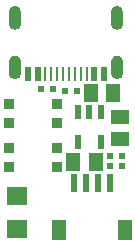
<source format=gbr>
G04 EAGLE Gerber RS-274X export*
G75*
%MOMM*%
%FSLAX34Y34*%
%LPD*%
%INSolderpaste Top*%
%IPPOS*%
%AMOC8*
5,1,8,0,0,1.08239X$1,22.5*%
G01*
%ADD10R,1.240000X1.500000*%
%ADD11R,0.900000X0.900000*%
%ADD12R,0.575000X1.150000*%
%ADD13R,0.275000X1.150000*%
%ADD14R,0.600000X0.600000*%
%ADD15R,0.500000X1.550000*%
%ADD16R,1.200000X1.800000*%
%ADD17R,0.550000X1.200000*%
%ADD18R,0.500000X0.500000*%
%ADD19R,1.500000X1.240000*%
%ADD20R,1.800000X1.600000*%

G36*
X46724Y181351D02*
X46724Y181351D01*
X46724Y181352D01*
X46725Y181352D01*
X47799Y181727D01*
X47799Y181728D01*
X47800Y181728D01*
X48763Y182333D01*
X48763Y182334D01*
X48764Y182334D01*
X49568Y183138D01*
X49568Y183139D01*
X49569Y183139D01*
X50174Y184102D01*
X50174Y184103D01*
X50175Y184103D01*
X50550Y185177D01*
X50550Y185178D01*
X50551Y185178D01*
X50552Y185193D01*
X50553Y185198D01*
X50553Y185203D01*
X50554Y185208D01*
X50555Y185213D01*
X50555Y185218D01*
X50556Y185223D01*
X50556Y185228D01*
X50559Y185253D01*
X50560Y185258D01*
X50560Y185263D01*
X50561Y185268D01*
X50561Y185273D01*
X50562Y185278D01*
X50562Y185283D01*
X50563Y185288D01*
X50566Y185313D01*
X50566Y185318D01*
X50567Y185323D01*
X50567Y185328D01*
X50568Y185333D01*
X50569Y185337D01*
X50569Y185338D01*
X50569Y185342D01*
X50569Y185343D01*
X50570Y185347D01*
X50572Y185372D01*
X50573Y185377D01*
X50574Y185382D01*
X50574Y185387D01*
X50575Y185392D01*
X50575Y185397D01*
X50576Y185402D01*
X50576Y185407D01*
X50579Y185432D01*
X50580Y185437D01*
X50580Y185442D01*
X50581Y185447D01*
X50581Y185452D01*
X50582Y185457D01*
X50583Y185462D01*
X50583Y185467D01*
X50585Y185487D01*
X50586Y185492D01*
X50586Y185496D01*
X50586Y185497D01*
X50587Y185501D01*
X50587Y185502D01*
X50588Y185506D01*
X50588Y185511D01*
X50589Y185516D01*
X50589Y185521D01*
X50590Y185526D01*
X50592Y185546D01*
X50593Y185551D01*
X50593Y185556D01*
X50594Y185561D01*
X50594Y185566D01*
X50595Y185571D01*
X50595Y185576D01*
X50596Y185581D01*
X50597Y185586D01*
X50599Y185606D01*
X50599Y185611D01*
X50600Y185616D01*
X50600Y185621D01*
X50601Y185626D01*
X50602Y185631D01*
X50602Y185636D01*
X50603Y185641D01*
X50603Y185646D01*
X50605Y185665D01*
X50606Y185665D01*
X50606Y185670D01*
X50607Y185675D01*
X50607Y185680D01*
X50608Y185685D01*
X50608Y185690D01*
X50609Y185695D01*
X50609Y185700D01*
X50610Y185705D01*
X50612Y185725D01*
X50613Y185730D01*
X50613Y185735D01*
X50614Y185740D01*
X50614Y185745D01*
X50615Y185750D01*
X50616Y185755D01*
X50616Y185760D01*
X50617Y185765D01*
X50619Y185785D01*
X50619Y185790D01*
X50620Y185790D01*
X50619Y185790D01*
X50620Y185795D01*
X50621Y185800D01*
X50621Y185805D01*
X50622Y185810D01*
X50622Y185814D01*
X50622Y185815D01*
X50623Y185819D01*
X50623Y185820D01*
X50623Y185824D01*
X50626Y185844D01*
X50626Y185849D01*
X50627Y185854D01*
X50627Y185859D01*
X50628Y185864D01*
X50628Y185869D01*
X50629Y185874D01*
X50630Y185879D01*
X50630Y185884D01*
X50632Y185904D01*
X50633Y185909D01*
X50633Y185914D01*
X50634Y185914D01*
X50633Y185914D01*
X50634Y185919D01*
X50635Y185924D01*
X50635Y185929D01*
X50636Y185934D01*
X50636Y185939D01*
X50637Y185944D01*
X50639Y185964D01*
X50640Y185969D01*
X50640Y185973D01*
X50640Y185974D01*
X50641Y185978D01*
X50641Y185979D01*
X50641Y185983D01*
X50642Y185988D01*
X50642Y185993D01*
X50643Y185998D01*
X50644Y186003D01*
X50646Y186023D01*
X50646Y186028D01*
X50647Y186033D01*
X50647Y186038D01*
X50648Y186038D01*
X50647Y186038D01*
X50648Y186043D01*
X50649Y186048D01*
X50649Y186053D01*
X50650Y186058D01*
X50650Y186063D01*
X50653Y186083D01*
X50653Y186088D01*
X50654Y186093D01*
X50654Y186098D01*
X50655Y186103D01*
X50655Y186108D01*
X50656Y186113D01*
X50656Y186118D01*
X50657Y186123D01*
X50659Y186142D01*
X50660Y186147D01*
X50660Y186152D01*
X50661Y186157D01*
X50661Y186162D01*
X50662Y186162D01*
X50661Y186162D01*
X50662Y186167D01*
X50663Y186172D01*
X50663Y186177D01*
X50666Y186202D01*
X50667Y186207D01*
X50667Y186212D01*
X50668Y186217D01*
X50668Y186222D01*
X50669Y186227D01*
X50669Y186232D01*
X50670Y186237D01*
X50673Y186262D01*
X50673Y186267D01*
X50674Y186272D01*
X50674Y186277D01*
X50675Y186282D01*
X50675Y186287D01*
X50676Y186287D01*
X50675Y186287D01*
X50676Y186291D01*
X50676Y186292D01*
X50677Y186296D01*
X50677Y186297D01*
X50678Y186308D01*
X50678Y186309D01*
X50678Y195961D01*
X50678Y195962D01*
X50551Y197092D01*
X50550Y197092D01*
X50550Y197093D01*
X50175Y198167D01*
X50174Y198167D01*
X50174Y198168D01*
X49569Y199131D01*
X49568Y199131D01*
X49568Y199132D01*
X48764Y199936D01*
X48763Y199936D01*
X48763Y199937D01*
X47800Y200542D01*
X47799Y200542D01*
X47799Y200543D01*
X46725Y200918D01*
X46724Y200918D01*
X46724Y200919D01*
X45594Y201046D01*
X45593Y201046D01*
X45592Y201046D01*
X45358Y201020D01*
X45005Y200980D01*
X44653Y200940D01*
X44519Y200925D01*
X44518Y200924D01*
X44517Y200925D01*
X43497Y200568D01*
X43497Y200567D01*
X43496Y200567D01*
X42581Y199992D01*
X41816Y199228D01*
X41816Y199227D01*
X41241Y198312D01*
X41241Y198311D01*
X41240Y198311D01*
X40883Y197291D01*
X40884Y197290D01*
X40883Y197289D01*
X40882Y197284D01*
X40882Y197279D01*
X40881Y197274D01*
X40879Y197254D01*
X40879Y197249D01*
X40878Y197249D01*
X40879Y197249D01*
X40878Y197244D01*
X40877Y197239D01*
X40877Y197234D01*
X40876Y197229D01*
X40876Y197224D01*
X40875Y197219D01*
X40872Y197194D01*
X40872Y197189D01*
X40871Y197184D01*
X40871Y197179D01*
X40870Y197174D01*
X40870Y197169D01*
X40869Y197164D01*
X40868Y197159D01*
X40866Y197135D01*
X40865Y197130D01*
X40865Y197125D01*
X40864Y197125D01*
X40865Y197125D01*
X40864Y197120D01*
X40863Y197115D01*
X40863Y197110D01*
X40862Y197105D01*
X40862Y197100D01*
X40859Y197080D01*
X40859Y197075D01*
X40858Y197070D01*
X40858Y197065D01*
X40857Y197060D01*
X40857Y197055D01*
X40856Y197050D01*
X40856Y197045D01*
X40855Y197040D01*
X40853Y197020D01*
X40852Y197015D01*
X40852Y197010D01*
X40851Y197005D01*
X40851Y197000D01*
X40850Y197000D01*
X40851Y197000D01*
X40850Y196995D01*
X40849Y196991D01*
X40849Y196990D01*
X40849Y196986D01*
X40849Y196985D01*
X40848Y196981D01*
X40846Y196961D01*
X40845Y196956D01*
X40845Y196951D01*
X40844Y196946D01*
X40844Y196941D01*
X40843Y196936D01*
X40843Y196931D01*
X40842Y196926D01*
X40842Y196921D01*
X40839Y196901D01*
X40839Y196896D01*
X40838Y196891D01*
X40838Y196886D01*
X40837Y196881D01*
X40837Y196876D01*
X40836Y196876D01*
X40837Y196876D01*
X40836Y196871D01*
X40835Y196866D01*
X40833Y196841D01*
X40832Y196836D01*
X40831Y196832D01*
X40831Y196831D01*
X40831Y196827D01*
X40831Y196826D01*
X40830Y196822D01*
X40830Y196817D01*
X40829Y196812D01*
X40829Y196807D01*
X40826Y196782D01*
X40825Y196777D01*
X40825Y196772D01*
X40824Y196767D01*
X40824Y196762D01*
X40823Y196757D01*
X40823Y196752D01*
X40822Y196752D01*
X40823Y196752D01*
X40822Y196747D01*
X40820Y196727D01*
X40819Y196722D01*
X40819Y196717D01*
X40818Y196712D01*
X40817Y196707D01*
X40817Y196702D01*
X40816Y196697D01*
X40816Y196692D01*
X40815Y196687D01*
X40813Y196668D01*
X40813Y196667D01*
X40812Y196663D01*
X40812Y196658D01*
X40811Y196653D01*
X40811Y196648D01*
X40810Y196643D01*
X40810Y196638D01*
X40809Y196633D01*
X40809Y196628D01*
X40808Y196628D01*
X40809Y196628D01*
X40806Y196608D01*
X40806Y196603D01*
X40805Y196598D01*
X40805Y196593D01*
X40804Y196588D01*
X40803Y196583D01*
X40803Y196578D01*
X40802Y196573D01*
X40802Y196568D01*
X40800Y196548D01*
X40799Y196543D01*
X40798Y196538D01*
X40798Y196533D01*
X40797Y196528D01*
X40797Y196523D01*
X40796Y196518D01*
X40796Y196514D01*
X40796Y196513D01*
X40793Y196489D01*
X40792Y196484D01*
X40792Y196479D01*
X40791Y196474D01*
X40791Y196469D01*
X40790Y196464D01*
X40789Y196459D01*
X40789Y196454D01*
X40786Y196429D01*
X40786Y196424D01*
X40785Y196419D01*
X40784Y196414D01*
X40784Y196409D01*
X40783Y196404D01*
X40783Y196399D01*
X40782Y196394D01*
X40780Y196374D01*
X40779Y196369D01*
X40779Y196364D01*
X40778Y196359D01*
X40778Y196355D01*
X40778Y196354D01*
X40777Y196350D01*
X40777Y196349D01*
X40777Y196345D01*
X40776Y196340D01*
X40775Y196335D01*
X40773Y196315D01*
X40773Y196310D01*
X40772Y196305D01*
X40772Y196300D01*
X40771Y196295D01*
X40770Y196290D01*
X40770Y196285D01*
X40769Y196280D01*
X40769Y196275D01*
X40767Y196255D01*
X40766Y196250D01*
X40765Y196245D01*
X40765Y196240D01*
X40764Y196235D01*
X40764Y196230D01*
X40763Y196225D01*
X40763Y196220D01*
X40762Y196216D01*
X40762Y196215D01*
X40762Y186055D01*
X40762Y186054D01*
X40883Y184981D01*
X40884Y184980D01*
X40883Y184979D01*
X41240Y183959D01*
X41241Y183959D01*
X41241Y183958D01*
X41816Y183043D01*
X42581Y182278D01*
X43496Y181703D01*
X43497Y181703D01*
X43497Y181702D01*
X44517Y181345D01*
X44518Y181346D01*
X44519Y181345D01*
X45592Y181224D01*
X45593Y181225D01*
X45594Y181224D01*
X46724Y181351D01*
G37*
G36*
X133084Y181351D02*
X133084Y181351D01*
X133084Y181352D01*
X133085Y181352D01*
X134159Y181727D01*
X134159Y181728D01*
X134160Y181728D01*
X135123Y182333D01*
X135123Y182334D01*
X135124Y182334D01*
X135928Y183138D01*
X135928Y183139D01*
X135929Y183139D01*
X136534Y184102D01*
X136534Y184103D01*
X136535Y184103D01*
X136910Y185177D01*
X136910Y185178D01*
X136911Y185178D01*
X136912Y185193D01*
X136913Y185198D01*
X136913Y185203D01*
X136914Y185208D01*
X136915Y185213D01*
X136915Y185218D01*
X136916Y185223D01*
X136916Y185228D01*
X136919Y185253D01*
X136920Y185258D01*
X136920Y185263D01*
X136921Y185268D01*
X136921Y185273D01*
X136922Y185278D01*
X136922Y185283D01*
X136923Y185288D01*
X136926Y185313D01*
X136926Y185318D01*
X136927Y185323D01*
X136927Y185328D01*
X136928Y185333D01*
X136929Y185337D01*
X136929Y185338D01*
X136929Y185342D01*
X136929Y185343D01*
X136930Y185347D01*
X136932Y185372D01*
X136933Y185377D01*
X136934Y185382D01*
X136934Y185387D01*
X136935Y185392D01*
X136935Y185397D01*
X136936Y185402D01*
X136936Y185407D01*
X136939Y185432D01*
X136940Y185437D01*
X136940Y185442D01*
X136941Y185447D01*
X136941Y185452D01*
X136942Y185457D01*
X136943Y185462D01*
X136943Y185467D01*
X136945Y185487D01*
X136946Y185492D01*
X136946Y185496D01*
X136946Y185497D01*
X136947Y185501D01*
X136947Y185502D01*
X136948Y185506D01*
X136948Y185511D01*
X136949Y185516D01*
X136949Y185521D01*
X136950Y185526D01*
X136952Y185546D01*
X136953Y185551D01*
X136953Y185556D01*
X136954Y185561D01*
X136954Y185566D01*
X136955Y185571D01*
X136955Y185576D01*
X136956Y185581D01*
X136957Y185586D01*
X136959Y185606D01*
X136959Y185611D01*
X136960Y185616D01*
X136960Y185621D01*
X136961Y185626D01*
X136962Y185631D01*
X136962Y185636D01*
X136963Y185641D01*
X136963Y185646D01*
X136965Y185665D01*
X136966Y185665D01*
X136966Y185670D01*
X136967Y185675D01*
X136967Y185680D01*
X136968Y185685D01*
X136968Y185690D01*
X136969Y185695D01*
X136969Y185700D01*
X136970Y185705D01*
X136972Y185725D01*
X136973Y185730D01*
X136973Y185735D01*
X136974Y185740D01*
X136974Y185745D01*
X136975Y185750D01*
X136976Y185755D01*
X136976Y185760D01*
X136977Y185765D01*
X136979Y185785D01*
X136979Y185790D01*
X136980Y185790D01*
X136979Y185790D01*
X136980Y185795D01*
X136981Y185800D01*
X136981Y185805D01*
X136982Y185810D01*
X136982Y185814D01*
X136982Y185815D01*
X136983Y185819D01*
X136983Y185820D01*
X136983Y185824D01*
X136986Y185844D01*
X136986Y185849D01*
X136987Y185854D01*
X136987Y185859D01*
X136988Y185864D01*
X136988Y185869D01*
X136989Y185874D01*
X136990Y185879D01*
X136990Y185884D01*
X136992Y185904D01*
X136993Y185909D01*
X136993Y185914D01*
X136994Y185914D01*
X136993Y185914D01*
X136994Y185919D01*
X136995Y185924D01*
X136995Y185929D01*
X136996Y185934D01*
X136996Y185939D01*
X136997Y185944D01*
X136999Y185964D01*
X137000Y185969D01*
X137000Y185973D01*
X137000Y185974D01*
X137001Y185978D01*
X137001Y185979D01*
X137001Y185983D01*
X137002Y185988D01*
X137002Y185993D01*
X137003Y185998D01*
X137004Y186003D01*
X137006Y186023D01*
X137006Y186028D01*
X137007Y186033D01*
X137007Y186038D01*
X137008Y186038D01*
X137007Y186038D01*
X137008Y186043D01*
X137009Y186048D01*
X137009Y186053D01*
X137010Y186058D01*
X137010Y186063D01*
X137013Y186083D01*
X137013Y186088D01*
X137014Y186093D01*
X137014Y186098D01*
X137015Y186103D01*
X137015Y186108D01*
X137016Y186113D01*
X137016Y186118D01*
X137017Y186123D01*
X137019Y186142D01*
X137020Y186147D01*
X137020Y186152D01*
X137021Y186157D01*
X137021Y186162D01*
X137022Y186162D01*
X137021Y186162D01*
X137022Y186167D01*
X137023Y186172D01*
X137023Y186177D01*
X137026Y186202D01*
X137027Y186207D01*
X137027Y186212D01*
X137028Y186217D01*
X137028Y186222D01*
X137029Y186227D01*
X137029Y186232D01*
X137030Y186237D01*
X137033Y186262D01*
X137033Y186267D01*
X137034Y186272D01*
X137034Y186277D01*
X137035Y186282D01*
X137035Y186287D01*
X137036Y186287D01*
X137035Y186287D01*
X137036Y186291D01*
X137036Y186292D01*
X137037Y186296D01*
X137037Y186297D01*
X137038Y186308D01*
X137038Y186309D01*
X137038Y195961D01*
X137038Y195962D01*
X136911Y197092D01*
X136910Y197092D01*
X136910Y197093D01*
X136535Y198167D01*
X136534Y198167D01*
X136534Y198168D01*
X135929Y199131D01*
X135928Y199131D01*
X135928Y199132D01*
X135124Y199936D01*
X135123Y199936D01*
X135123Y199937D01*
X134160Y200542D01*
X134159Y200542D01*
X134159Y200543D01*
X133085Y200918D01*
X133084Y200918D01*
X133084Y200919D01*
X131954Y201046D01*
X131953Y201046D01*
X131952Y201046D01*
X131718Y201020D01*
X131365Y200980D01*
X131013Y200940D01*
X130879Y200925D01*
X130878Y200924D01*
X130877Y200925D01*
X129857Y200568D01*
X129857Y200567D01*
X129856Y200567D01*
X128941Y199992D01*
X128176Y199228D01*
X128176Y199227D01*
X127601Y198312D01*
X127601Y198311D01*
X127600Y198311D01*
X127243Y197291D01*
X127244Y197290D01*
X127243Y197289D01*
X127242Y197284D01*
X127242Y197279D01*
X127241Y197274D01*
X127239Y197254D01*
X127239Y197249D01*
X127238Y197249D01*
X127239Y197249D01*
X127238Y197244D01*
X127237Y197239D01*
X127237Y197234D01*
X127236Y197229D01*
X127236Y197224D01*
X127235Y197219D01*
X127232Y197194D01*
X127232Y197189D01*
X127231Y197184D01*
X127231Y197179D01*
X127230Y197174D01*
X127230Y197169D01*
X127229Y197164D01*
X127228Y197159D01*
X127226Y197135D01*
X127225Y197130D01*
X127225Y197125D01*
X127224Y197125D01*
X127225Y197125D01*
X127224Y197120D01*
X127223Y197115D01*
X127223Y197110D01*
X127222Y197105D01*
X127222Y197100D01*
X127219Y197080D01*
X127219Y197075D01*
X127218Y197070D01*
X127218Y197065D01*
X127217Y197060D01*
X127217Y197055D01*
X127216Y197050D01*
X127216Y197045D01*
X127215Y197040D01*
X127213Y197020D01*
X127212Y197015D01*
X127212Y197010D01*
X127211Y197005D01*
X127211Y197000D01*
X127210Y197000D01*
X127211Y197000D01*
X127210Y196995D01*
X127209Y196991D01*
X127209Y196990D01*
X127209Y196986D01*
X127209Y196985D01*
X127208Y196981D01*
X127206Y196961D01*
X127205Y196956D01*
X127205Y196951D01*
X127204Y196946D01*
X127204Y196941D01*
X127203Y196936D01*
X127203Y196931D01*
X127202Y196926D01*
X127202Y196921D01*
X127199Y196901D01*
X127199Y196896D01*
X127198Y196891D01*
X127198Y196886D01*
X127197Y196881D01*
X127197Y196876D01*
X127196Y196876D01*
X127197Y196876D01*
X127196Y196871D01*
X127195Y196866D01*
X127193Y196841D01*
X127192Y196836D01*
X127191Y196832D01*
X127191Y196831D01*
X127191Y196827D01*
X127191Y196826D01*
X127190Y196822D01*
X127190Y196817D01*
X127189Y196812D01*
X127189Y196807D01*
X127186Y196782D01*
X127185Y196777D01*
X127185Y196772D01*
X127184Y196767D01*
X127184Y196762D01*
X127183Y196757D01*
X127183Y196752D01*
X127182Y196752D01*
X127183Y196752D01*
X127182Y196747D01*
X127180Y196727D01*
X127179Y196722D01*
X127179Y196717D01*
X127178Y196712D01*
X127177Y196707D01*
X127177Y196702D01*
X127176Y196697D01*
X127176Y196692D01*
X127175Y196687D01*
X127173Y196668D01*
X127173Y196667D01*
X127172Y196663D01*
X127172Y196658D01*
X127171Y196653D01*
X127171Y196648D01*
X127170Y196643D01*
X127170Y196638D01*
X127169Y196633D01*
X127169Y196628D01*
X127168Y196628D01*
X127169Y196628D01*
X127166Y196608D01*
X127166Y196603D01*
X127165Y196598D01*
X127165Y196593D01*
X127164Y196588D01*
X127163Y196583D01*
X127163Y196578D01*
X127162Y196573D01*
X127162Y196568D01*
X127160Y196548D01*
X127159Y196543D01*
X127158Y196538D01*
X127158Y196533D01*
X127157Y196528D01*
X127157Y196523D01*
X127156Y196518D01*
X127156Y196514D01*
X127156Y196513D01*
X127153Y196489D01*
X127152Y196484D01*
X127152Y196479D01*
X127151Y196474D01*
X127151Y196469D01*
X127150Y196464D01*
X127149Y196459D01*
X127149Y196454D01*
X127146Y196429D01*
X127146Y196424D01*
X127145Y196419D01*
X127144Y196414D01*
X127144Y196409D01*
X127143Y196404D01*
X127143Y196399D01*
X127142Y196394D01*
X127140Y196374D01*
X127139Y196369D01*
X127139Y196364D01*
X127138Y196359D01*
X127138Y196355D01*
X127138Y196354D01*
X127137Y196350D01*
X127137Y196349D01*
X127137Y196345D01*
X127136Y196340D01*
X127135Y196335D01*
X127133Y196315D01*
X127133Y196310D01*
X127132Y196305D01*
X127132Y196300D01*
X127131Y196295D01*
X127130Y196290D01*
X127130Y196285D01*
X127129Y196280D01*
X127129Y196275D01*
X127127Y196255D01*
X127126Y196250D01*
X127125Y196245D01*
X127125Y196240D01*
X127124Y196235D01*
X127124Y196230D01*
X127123Y196225D01*
X127123Y196220D01*
X127122Y196216D01*
X127122Y196215D01*
X127122Y186055D01*
X127122Y186054D01*
X127243Y184981D01*
X127244Y184980D01*
X127243Y184979D01*
X127600Y183959D01*
X127601Y183959D01*
X127601Y183958D01*
X128176Y183043D01*
X128941Y182278D01*
X129856Y181703D01*
X129857Y181703D01*
X129857Y181702D01*
X130877Y181345D01*
X130878Y181346D01*
X130879Y181345D01*
X131952Y181224D01*
X131953Y181225D01*
X131954Y181224D01*
X133084Y181351D01*
G37*
G36*
X133211Y139568D02*
X133211Y139568D01*
X133211Y139569D01*
X133212Y139569D01*
X134286Y139944D01*
X134286Y139945D01*
X134287Y139945D01*
X135250Y140550D01*
X135250Y140551D01*
X135251Y140551D01*
X136055Y141355D01*
X136055Y141356D01*
X136056Y141356D01*
X136661Y142319D01*
X136661Y142320D01*
X136662Y142320D01*
X137037Y143394D01*
X137037Y143395D01*
X137038Y143395D01*
X137039Y143410D01*
X137040Y143415D01*
X137040Y143420D01*
X137041Y143425D01*
X137042Y143430D01*
X137042Y143435D01*
X137043Y143440D01*
X137043Y143445D01*
X137046Y143470D01*
X137047Y143475D01*
X137047Y143480D01*
X137048Y143485D01*
X137048Y143490D01*
X137049Y143495D01*
X137049Y143500D01*
X137050Y143505D01*
X137053Y143530D01*
X137053Y143535D01*
X137054Y143540D01*
X137054Y143545D01*
X137055Y143550D01*
X137056Y143554D01*
X137056Y143555D01*
X137056Y143559D01*
X137056Y143560D01*
X137057Y143564D01*
X137059Y143589D01*
X137060Y143594D01*
X137061Y143599D01*
X137061Y143604D01*
X137062Y143609D01*
X137062Y143614D01*
X137063Y143619D01*
X137063Y143624D01*
X137066Y143649D01*
X137067Y143654D01*
X137067Y143659D01*
X137068Y143664D01*
X137068Y143669D01*
X137069Y143674D01*
X137070Y143679D01*
X137070Y143684D01*
X137072Y143704D01*
X137073Y143709D01*
X137073Y143713D01*
X137073Y143714D01*
X137074Y143718D01*
X137074Y143719D01*
X137075Y143723D01*
X137075Y143728D01*
X137076Y143733D01*
X137076Y143738D01*
X137077Y143743D01*
X137079Y143763D01*
X137080Y143768D01*
X137080Y143773D01*
X137081Y143778D01*
X137081Y143783D01*
X137082Y143788D01*
X137082Y143793D01*
X137083Y143798D01*
X137084Y143803D01*
X137086Y143823D01*
X137086Y143828D01*
X137087Y143833D01*
X137087Y143838D01*
X137088Y143843D01*
X137089Y143848D01*
X137089Y143853D01*
X137090Y143858D01*
X137090Y143863D01*
X137092Y143882D01*
X137093Y143882D01*
X137093Y143887D01*
X137094Y143892D01*
X137094Y143897D01*
X137095Y143902D01*
X137095Y143907D01*
X137096Y143912D01*
X137096Y143917D01*
X137097Y143922D01*
X137099Y143942D01*
X137100Y143947D01*
X137100Y143952D01*
X137101Y143957D01*
X137101Y143962D01*
X137102Y143967D01*
X137103Y143972D01*
X137103Y143977D01*
X137104Y143982D01*
X137106Y144002D01*
X137106Y144007D01*
X137107Y144007D01*
X137106Y144007D01*
X137107Y144012D01*
X137108Y144017D01*
X137108Y144022D01*
X137109Y144027D01*
X137109Y144031D01*
X137109Y144032D01*
X137110Y144036D01*
X137110Y144037D01*
X137110Y144041D01*
X137113Y144061D01*
X137113Y144066D01*
X137114Y144071D01*
X137114Y144076D01*
X137115Y144081D01*
X137115Y144086D01*
X137116Y144091D01*
X137117Y144096D01*
X137117Y144101D01*
X137119Y144121D01*
X137120Y144126D01*
X137120Y144131D01*
X137121Y144131D01*
X137120Y144131D01*
X137121Y144136D01*
X137122Y144141D01*
X137122Y144146D01*
X137123Y144151D01*
X137123Y144156D01*
X137124Y144161D01*
X137126Y144181D01*
X137127Y144186D01*
X137127Y144190D01*
X137127Y144191D01*
X137128Y144195D01*
X137128Y144196D01*
X137128Y144200D01*
X137129Y144205D01*
X137129Y144210D01*
X137130Y144215D01*
X137131Y144220D01*
X137133Y144240D01*
X137133Y144245D01*
X137134Y144250D01*
X137134Y144255D01*
X137135Y144255D01*
X137134Y144255D01*
X137135Y144260D01*
X137136Y144265D01*
X137136Y144270D01*
X137137Y144275D01*
X137137Y144280D01*
X137140Y144300D01*
X137140Y144305D01*
X137141Y144310D01*
X137141Y144315D01*
X137142Y144320D01*
X137142Y144325D01*
X137143Y144330D01*
X137143Y144335D01*
X137144Y144340D01*
X137146Y144359D01*
X137147Y144364D01*
X137147Y144369D01*
X137148Y144374D01*
X137148Y144379D01*
X137149Y144379D01*
X137148Y144379D01*
X137149Y144384D01*
X137150Y144389D01*
X137150Y144394D01*
X137153Y144419D01*
X137154Y144424D01*
X137154Y144429D01*
X137155Y144434D01*
X137155Y144439D01*
X137156Y144444D01*
X137156Y144449D01*
X137157Y144454D01*
X137160Y144479D01*
X137160Y144484D01*
X137161Y144489D01*
X137161Y144494D01*
X137162Y144499D01*
X137162Y144504D01*
X137163Y144504D01*
X137162Y144504D01*
X137163Y144508D01*
X137163Y144509D01*
X137164Y144513D01*
X137164Y144514D01*
X137165Y144525D01*
X137165Y144526D01*
X137165Y154178D01*
X137165Y154179D01*
X137038Y155309D01*
X137037Y155309D01*
X137037Y155310D01*
X136662Y156384D01*
X136661Y156384D01*
X136661Y156385D01*
X136056Y157348D01*
X136055Y157348D01*
X136055Y157349D01*
X135251Y158153D01*
X135250Y158153D01*
X135250Y158154D01*
X134287Y158759D01*
X134286Y158759D01*
X134286Y158760D01*
X133212Y159135D01*
X133211Y159135D01*
X133211Y159136D01*
X132081Y159263D01*
X132080Y159263D01*
X132079Y159263D01*
X131845Y159237D01*
X131492Y159197D01*
X131140Y159157D01*
X131006Y159142D01*
X131005Y159141D01*
X131004Y159142D01*
X129984Y158785D01*
X129984Y158784D01*
X129983Y158784D01*
X129068Y158209D01*
X128303Y157445D01*
X128303Y157444D01*
X127728Y156529D01*
X127728Y156528D01*
X127727Y156528D01*
X127370Y155508D01*
X127371Y155507D01*
X127370Y155506D01*
X127369Y155501D01*
X127369Y155496D01*
X127368Y155491D01*
X127366Y155471D01*
X127366Y155466D01*
X127365Y155466D01*
X127366Y155466D01*
X127365Y155461D01*
X127364Y155456D01*
X127364Y155451D01*
X127363Y155446D01*
X127363Y155441D01*
X127362Y155436D01*
X127359Y155411D01*
X127359Y155406D01*
X127358Y155401D01*
X127358Y155396D01*
X127357Y155391D01*
X127357Y155386D01*
X127356Y155381D01*
X127355Y155376D01*
X127353Y155352D01*
X127352Y155347D01*
X127352Y155342D01*
X127351Y155342D01*
X127352Y155342D01*
X127351Y155337D01*
X127350Y155332D01*
X127350Y155327D01*
X127349Y155322D01*
X127349Y155317D01*
X127346Y155297D01*
X127346Y155292D01*
X127345Y155287D01*
X127345Y155282D01*
X127344Y155277D01*
X127344Y155272D01*
X127343Y155267D01*
X127343Y155262D01*
X127342Y155257D01*
X127340Y155237D01*
X127339Y155232D01*
X127339Y155227D01*
X127338Y155222D01*
X127338Y155217D01*
X127337Y155217D01*
X127338Y155217D01*
X127337Y155212D01*
X127336Y155208D01*
X127336Y155207D01*
X127336Y155203D01*
X127336Y155202D01*
X127335Y155198D01*
X127333Y155178D01*
X127332Y155173D01*
X127332Y155168D01*
X127331Y155163D01*
X127331Y155158D01*
X127330Y155153D01*
X127330Y155148D01*
X127329Y155143D01*
X127329Y155138D01*
X127326Y155118D01*
X127326Y155113D01*
X127325Y155108D01*
X127325Y155103D01*
X127324Y155098D01*
X127324Y155093D01*
X127323Y155093D01*
X127324Y155093D01*
X127323Y155088D01*
X127322Y155083D01*
X127320Y155058D01*
X127319Y155053D01*
X127318Y155049D01*
X127318Y155048D01*
X127318Y155044D01*
X127318Y155043D01*
X127317Y155039D01*
X127317Y155034D01*
X127316Y155029D01*
X127316Y155024D01*
X127313Y154999D01*
X127312Y154994D01*
X127312Y154989D01*
X127311Y154984D01*
X127311Y154979D01*
X127310Y154974D01*
X127310Y154969D01*
X127309Y154969D01*
X127310Y154969D01*
X127309Y154964D01*
X127307Y154944D01*
X127306Y154939D01*
X127306Y154934D01*
X127305Y154929D01*
X127304Y154924D01*
X127304Y154919D01*
X127303Y154914D01*
X127303Y154909D01*
X127302Y154904D01*
X127300Y154885D01*
X127300Y154884D01*
X127299Y154880D01*
X127299Y154875D01*
X127298Y154870D01*
X127298Y154865D01*
X127297Y154860D01*
X127297Y154855D01*
X127296Y154850D01*
X127296Y154845D01*
X127295Y154845D01*
X127296Y154845D01*
X127293Y154825D01*
X127293Y154820D01*
X127292Y154815D01*
X127292Y154810D01*
X127291Y154805D01*
X127290Y154800D01*
X127290Y154795D01*
X127289Y154790D01*
X127289Y154785D01*
X127287Y154765D01*
X127286Y154760D01*
X127285Y154755D01*
X127285Y154750D01*
X127284Y154745D01*
X127284Y154740D01*
X127283Y154735D01*
X127283Y154731D01*
X127283Y154730D01*
X127280Y154706D01*
X127279Y154701D01*
X127279Y154696D01*
X127278Y154691D01*
X127278Y154686D01*
X127277Y154681D01*
X127276Y154676D01*
X127276Y154671D01*
X127273Y154646D01*
X127273Y154641D01*
X127272Y154636D01*
X127271Y154631D01*
X127271Y154626D01*
X127270Y154621D01*
X127270Y154616D01*
X127269Y154611D01*
X127267Y154591D01*
X127266Y154586D01*
X127266Y154581D01*
X127265Y154576D01*
X127265Y154572D01*
X127265Y154571D01*
X127264Y154567D01*
X127264Y154566D01*
X127264Y154562D01*
X127263Y154557D01*
X127262Y154552D01*
X127260Y154532D01*
X127260Y154527D01*
X127259Y154522D01*
X127259Y154517D01*
X127258Y154512D01*
X127257Y154507D01*
X127257Y154502D01*
X127256Y154497D01*
X127256Y154492D01*
X127254Y154472D01*
X127253Y154467D01*
X127252Y154462D01*
X127252Y154457D01*
X127251Y154452D01*
X127251Y154447D01*
X127250Y154442D01*
X127250Y154437D01*
X127249Y154433D01*
X127249Y154432D01*
X127249Y144272D01*
X127249Y144271D01*
X127370Y143198D01*
X127371Y143197D01*
X127370Y143196D01*
X127727Y142176D01*
X127728Y142176D01*
X127728Y142175D01*
X128303Y141260D01*
X129068Y140495D01*
X129983Y139920D01*
X129984Y139920D01*
X129984Y139919D01*
X131004Y139562D01*
X131005Y139563D01*
X131006Y139562D01*
X132079Y139441D01*
X132080Y139442D01*
X132081Y139441D01*
X133211Y139568D01*
G37*
G36*
X46724Y139441D02*
X46724Y139441D01*
X46724Y139442D01*
X46725Y139442D01*
X47799Y139817D01*
X47799Y139818D01*
X47800Y139818D01*
X48763Y140423D01*
X48763Y140424D01*
X48764Y140424D01*
X49568Y141228D01*
X49568Y141229D01*
X49569Y141229D01*
X50174Y142192D01*
X50174Y142193D01*
X50175Y142193D01*
X50550Y143267D01*
X50550Y143268D01*
X50551Y143268D01*
X50552Y143283D01*
X50553Y143288D01*
X50553Y143293D01*
X50554Y143298D01*
X50555Y143303D01*
X50555Y143308D01*
X50556Y143313D01*
X50556Y143318D01*
X50559Y143343D01*
X50560Y143348D01*
X50560Y143353D01*
X50561Y143358D01*
X50561Y143363D01*
X50562Y143368D01*
X50562Y143373D01*
X50563Y143378D01*
X50566Y143403D01*
X50566Y143408D01*
X50567Y143413D01*
X50567Y143418D01*
X50568Y143423D01*
X50569Y143427D01*
X50569Y143428D01*
X50569Y143432D01*
X50569Y143433D01*
X50570Y143437D01*
X50572Y143462D01*
X50573Y143467D01*
X50574Y143472D01*
X50574Y143477D01*
X50575Y143482D01*
X50575Y143487D01*
X50576Y143492D01*
X50576Y143497D01*
X50579Y143522D01*
X50580Y143527D01*
X50580Y143532D01*
X50581Y143537D01*
X50581Y143542D01*
X50582Y143547D01*
X50583Y143552D01*
X50583Y143557D01*
X50585Y143577D01*
X50586Y143582D01*
X50586Y143586D01*
X50586Y143587D01*
X50587Y143591D01*
X50587Y143592D01*
X50588Y143596D01*
X50588Y143601D01*
X50589Y143606D01*
X50589Y143611D01*
X50590Y143616D01*
X50592Y143636D01*
X50593Y143641D01*
X50593Y143646D01*
X50594Y143651D01*
X50594Y143656D01*
X50595Y143661D01*
X50595Y143666D01*
X50596Y143671D01*
X50597Y143676D01*
X50599Y143696D01*
X50599Y143701D01*
X50600Y143706D01*
X50600Y143711D01*
X50601Y143716D01*
X50602Y143721D01*
X50602Y143726D01*
X50603Y143731D01*
X50603Y143736D01*
X50605Y143755D01*
X50606Y143755D01*
X50606Y143760D01*
X50607Y143765D01*
X50607Y143770D01*
X50608Y143775D01*
X50608Y143780D01*
X50609Y143785D01*
X50609Y143790D01*
X50610Y143795D01*
X50612Y143815D01*
X50613Y143820D01*
X50613Y143825D01*
X50614Y143830D01*
X50614Y143835D01*
X50615Y143840D01*
X50616Y143845D01*
X50616Y143850D01*
X50617Y143855D01*
X50619Y143875D01*
X50619Y143880D01*
X50620Y143880D01*
X50619Y143880D01*
X50620Y143885D01*
X50621Y143890D01*
X50621Y143895D01*
X50622Y143900D01*
X50622Y143904D01*
X50622Y143905D01*
X50623Y143909D01*
X50623Y143910D01*
X50623Y143914D01*
X50626Y143934D01*
X50626Y143939D01*
X50627Y143944D01*
X50627Y143949D01*
X50628Y143954D01*
X50628Y143959D01*
X50629Y143964D01*
X50630Y143969D01*
X50630Y143974D01*
X50632Y143994D01*
X50633Y143999D01*
X50633Y144004D01*
X50634Y144004D01*
X50633Y144004D01*
X50634Y144009D01*
X50635Y144014D01*
X50635Y144019D01*
X50636Y144024D01*
X50636Y144029D01*
X50637Y144034D01*
X50639Y144054D01*
X50640Y144059D01*
X50640Y144063D01*
X50640Y144064D01*
X50641Y144068D01*
X50641Y144069D01*
X50641Y144073D01*
X50642Y144078D01*
X50642Y144083D01*
X50643Y144088D01*
X50644Y144093D01*
X50646Y144113D01*
X50646Y144118D01*
X50647Y144123D01*
X50647Y144128D01*
X50648Y144128D01*
X50647Y144128D01*
X50648Y144133D01*
X50649Y144138D01*
X50649Y144143D01*
X50650Y144148D01*
X50650Y144153D01*
X50653Y144173D01*
X50653Y144178D01*
X50654Y144183D01*
X50654Y144188D01*
X50655Y144193D01*
X50655Y144198D01*
X50656Y144203D01*
X50656Y144208D01*
X50657Y144213D01*
X50659Y144232D01*
X50660Y144237D01*
X50660Y144242D01*
X50661Y144247D01*
X50661Y144252D01*
X50662Y144252D01*
X50661Y144252D01*
X50662Y144257D01*
X50663Y144262D01*
X50663Y144267D01*
X50666Y144292D01*
X50667Y144297D01*
X50667Y144302D01*
X50668Y144307D01*
X50668Y144312D01*
X50669Y144317D01*
X50669Y144322D01*
X50670Y144327D01*
X50673Y144352D01*
X50673Y144357D01*
X50674Y144362D01*
X50674Y144367D01*
X50675Y144372D01*
X50675Y144377D01*
X50676Y144377D01*
X50675Y144377D01*
X50676Y144381D01*
X50676Y144382D01*
X50677Y144386D01*
X50677Y144387D01*
X50678Y144398D01*
X50678Y144399D01*
X50678Y154051D01*
X50678Y154052D01*
X50551Y155182D01*
X50550Y155182D01*
X50550Y155183D01*
X50175Y156257D01*
X50174Y156257D01*
X50174Y156258D01*
X49569Y157221D01*
X49568Y157221D01*
X49568Y157222D01*
X48764Y158026D01*
X48763Y158026D01*
X48763Y158027D01*
X47800Y158632D01*
X47799Y158632D01*
X47799Y158633D01*
X46725Y159008D01*
X46724Y159008D01*
X46724Y159009D01*
X45594Y159136D01*
X45593Y159136D01*
X45592Y159136D01*
X45358Y159110D01*
X45005Y159070D01*
X44653Y159030D01*
X44519Y159015D01*
X44518Y159014D01*
X44517Y159015D01*
X43497Y158658D01*
X43497Y158657D01*
X43496Y158657D01*
X42581Y158082D01*
X41816Y157318D01*
X41816Y157317D01*
X41241Y156402D01*
X41241Y156401D01*
X41240Y156401D01*
X40883Y155381D01*
X40884Y155380D01*
X40883Y155379D01*
X40882Y155374D01*
X40882Y155369D01*
X40881Y155364D01*
X40879Y155344D01*
X40879Y155339D01*
X40878Y155339D01*
X40879Y155339D01*
X40878Y155334D01*
X40877Y155329D01*
X40877Y155324D01*
X40876Y155319D01*
X40876Y155314D01*
X40875Y155309D01*
X40872Y155284D01*
X40872Y155279D01*
X40871Y155274D01*
X40871Y155269D01*
X40870Y155264D01*
X40870Y155259D01*
X40869Y155254D01*
X40868Y155249D01*
X40866Y155225D01*
X40865Y155220D01*
X40865Y155215D01*
X40864Y155215D01*
X40865Y155215D01*
X40864Y155210D01*
X40863Y155205D01*
X40863Y155200D01*
X40862Y155195D01*
X40862Y155190D01*
X40859Y155170D01*
X40859Y155165D01*
X40858Y155160D01*
X40858Y155155D01*
X40857Y155150D01*
X40857Y155145D01*
X40856Y155140D01*
X40856Y155135D01*
X40855Y155130D01*
X40853Y155110D01*
X40852Y155105D01*
X40852Y155100D01*
X40851Y155095D01*
X40851Y155090D01*
X40850Y155090D01*
X40851Y155090D01*
X40850Y155085D01*
X40849Y155081D01*
X40849Y155080D01*
X40849Y155076D01*
X40849Y155075D01*
X40848Y155071D01*
X40846Y155051D01*
X40845Y155046D01*
X40845Y155041D01*
X40844Y155036D01*
X40844Y155031D01*
X40843Y155026D01*
X40843Y155021D01*
X40842Y155016D01*
X40842Y155011D01*
X40839Y154991D01*
X40839Y154986D01*
X40838Y154981D01*
X40838Y154976D01*
X40837Y154971D01*
X40837Y154966D01*
X40836Y154966D01*
X40837Y154966D01*
X40836Y154961D01*
X40835Y154956D01*
X40833Y154931D01*
X40832Y154926D01*
X40831Y154922D01*
X40831Y154921D01*
X40831Y154917D01*
X40831Y154916D01*
X40830Y154912D01*
X40830Y154907D01*
X40829Y154902D01*
X40829Y154897D01*
X40826Y154872D01*
X40825Y154867D01*
X40825Y154862D01*
X40824Y154857D01*
X40824Y154852D01*
X40823Y154847D01*
X40823Y154842D01*
X40822Y154842D01*
X40823Y154842D01*
X40822Y154837D01*
X40820Y154817D01*
X40819Y154812D01*
X40819Y154807D01*
X40818Y154802D01*
X40817Y154797D01*
X40817Y154792D01*
X40816Y154787D01*
X40816Y154782D01*
X40815Y154777D01*
X40813Y154758D01*
X40813Y154757D01*
X40812Y154753D01*
X40812Y154748D01*
X40811Y154743D01*
X40811Y154738D01*
X40810Y154733D01*
X40810Y154728D01*
X40809Y154723D01*
X40809Y154718D01*
X40808Y154718D01*
X40809Y154718D01*
X40806Y154698D01*
X40806Y154693D01*
X40805Y154688D01*
X40805Y154683D01*
X40804Y154678D01*
X40803Y154673D01*
X40803Y154668D01*
X40802Y154663D01*
X40802Y154658D01*
X40800Y154638D01*
X40799Y154633D01*
X40798Y154628D01*
X40798Y154623D01*
X40797Y154618D01*
X40797Y154613D01*
X40796Y154608D01*
X40796Y154604D01*
X40796Y154603D01*
X40793Y154579D01*
X40792Y154574D01*
X40792Y154569D01*
X40791Y154564D01*
X40791Y154559D01*
X40790Y154554D01*
X40789Y154549D01*
X40789Y154544D01*
X40786Y154519D01*
X40786Y154514D01*
X40785Y154509D01*
X40784Y154504D01*
X40784Y154499D01*
X40783Y154494D01*
X40783Y154489D01*
X40782Y154484D01*
X40780Y154464D01*
X40779Y154459D01*
X40779Y154454D01*
X40778Y154449D01*
X40778Y154445D01*
X40778Y154444D01*
X40777Y154440D01*
X40777Y154439D01*
X40777Y154435D01*
X40776Y154430D01*
X40775Y154425D01*
X40773Y154405D01*
X40773Y154400D01*
X40772Y154395D01*
X40772Y154390D01*
X40771Y154385D01*
X40770Y154380D01*
X40770Y154375D01*
X40769Y154370D01*
X40769Y154365D01*
X40767Y154345D01*
X40766Y154340D01*
X40765Y154335D01*
X40765Y154330D01*
X40764Y154325D01*
X40764Y154320D01*
X40763Y154315D01*
X40763Y154310D01*
X40762Y154306D01*
X40762Y154305D01*
X40762Y144145D01*
X40762Y144144D01*
X40883Y143071D01*
X40884Y143070D01*
X40883Y143069D01*
X41240Y142049D01*
X41241Y142049D01*
X41241Y142048D01*
X41816Y141133D01*
X42581Y140368D01*
X43496Y139793D01*
X43497Y139793D01*
X43497Y139792D01*
X44517Y139435D01*
X44518Y139436D01*
X44519Y139435D01*
X45592Y139314D01*
X45593Y139315D01*
X45594Y139314D01*
X46724Y139441D01*
G37*
D10*
X114021Y69342D03*
X95021Y69342D03*
X128880Y127381D03*
X109880Y127381D03*
D11*
X40206Y64771D03*
X40206Y80771D03*
X81206Y80771D03*
X81206Y64771D03*
D12*
X120900Y143620D03*
X112900Y143620D03*
D13*
X106400Y143620D03*
X101400Y143620D03*
X96400Y143620D03*
X91400Y143620D03*
X86400Y143620D03*
X81400Y143620D03*
X76400Y143620D03*
X71400Y143620D03*
D12*
X64900Y143620D03*
X56900Y143620D03*
D14*
X67945Y131064D03*
X78105Y131064D03*
X87630Y129286D03*
X97790Y129286D03*
D15*
X105744Y50921D03*
X115744Y50921D03*
X95744Y50921D03*
X125744Y50921D03*
D16*
X82744Y11921D03*
X138744Y11921D03*
D17*
X118085Y111680D03*
X108585Y111680D03*
X99085Y111680D03*
X99085Y85678D03*
X118085Y85678D03*
D18*
X135937Y65477D03*
X135937Y74477D03*
X125937Y74477D03*
X125937Y65477D03*
D19*
X134239Y88544D03*
X134239Y107544D03*
D20*
X47371Y40416D03*
X47371Y12416D03*
D11*
X40460Y102490D03*
X40460Y118490D03*
X81460Y118490D03*
X81460Y102490D03*
M02*

</source>
